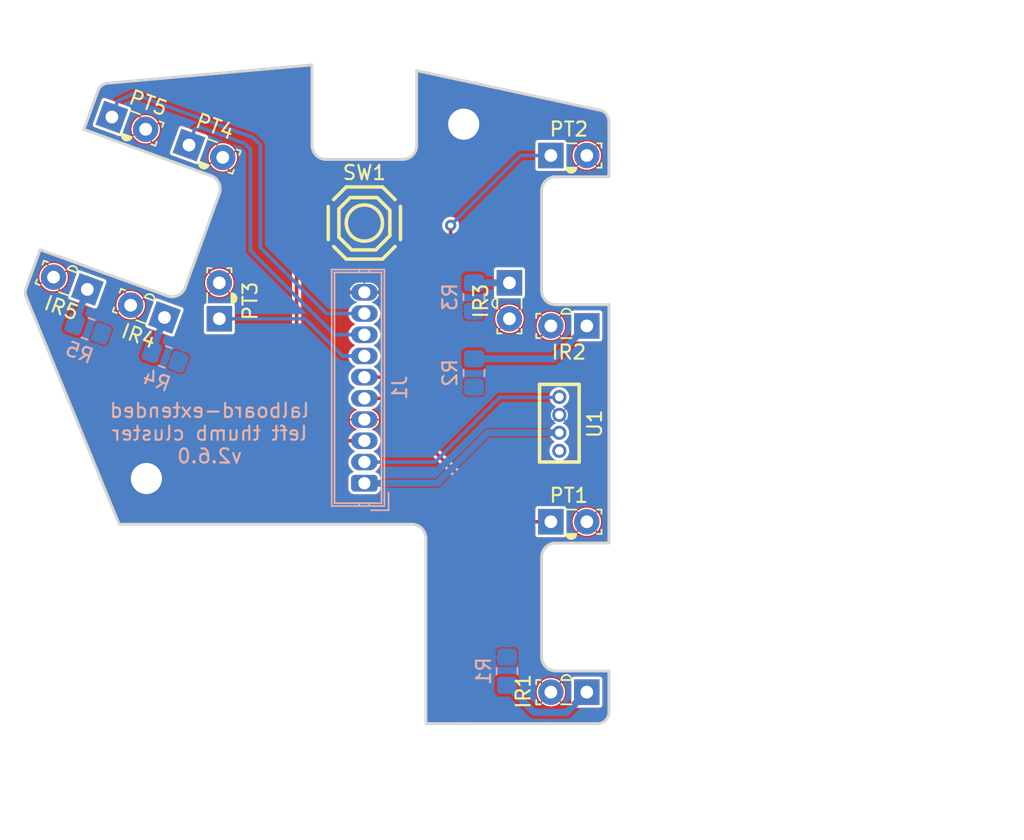
<source format=kicad_pcb>
(kicad_pcb (version 20241229) (generator "pcbnew") (generator_version "9.0")
  (layers (0 "F.Cu" signal) (2 "B.Cu" signal) (13 "F.Paste" user) (15 "B.Paste" user) (5 "F.SilkS" user "F.Silkscreen") (7 "B.SilkS" user "B.Silkscreen") (1 "F.Mask" user) (3 "B.Mask" user) (25 "Edge.Cuts" user))
  (net 0 "")
  (net 1 "Net-(IR1-K)")
  (net 2 "GND")
  (net 3 "C5")
  (net 4 "C3")
  (net 5 "C4")
  (net 6 "C2")
  (net 7 "C1")
  (net 8 "+3.3V")
  (net 9 "Net-(IR2-K)")
  (net 10 "Net-(IR3-K)")
  (net 11 "Net-(IR4-K)")
  (net 12 "Net-(IR5-K)")
  (net 13 "+5V")
  (net 14 "C7")
  (net 15 "C6")
  (footprint "lalboard:PT908-7C-F" (layer "F.Cu") (at 170.429998 68.524999)
    (property "Reference" "PT2" (at 1.27 -1.86 0) (layer "F.SilkS"))
    (property "Value" "PT908-7B-F")
    (fp_line (start 1.08 -0.861) (end 1.811 -0.861) (stroke (width 0.12)) (layer "F.SilkS"))
    (fp_line (start 1.08 0.861) (end 1.8 0.861) (stroke (width 0.12)) (layer "F.SilkS"))
    (fp_line (start 1.08 0.861) (end 1.811 0.861) (stroke (width 0.12)) (layer "F.SilkS"))
    (fp_line (start 3.27 -0.861) (end 3.58 -0.861) (stroke (width 0.12)) (layer "F.SilkS"))
    (fp_line (start 3.27 0.861) (end 3.58 0.861) (stroke (width 0.12)) (layer "F.SilkS"))
    (fp_line (start 3.58 -0.861) (end 3.58 -0.555) (stroke (width 0.12)) (layer "F.SilkS"))
    (fp_line (start 3.58 0.555) (end 3.58 0.861) (stroke (width 0.12)) (layer "F.SilkS"))
    (fp_arc (start 1.8 0.861) (mid 1.44 1.221) (end 1.08 0.861) (stroke (width 0.12)) (layer "F.SilkS"))
    (fp_poly (pts (xy 1.57 1.121) (xy 1.28 1.121) (xy 1.16 0.931) (xy 1.16 0.921) (xy 1.73 0.921)) (stroke (width 0.1)) (fill yes) (layer "F.SilkS"))
    (pad "1" thru_hole rect (at 0 0) (size 1.8 1.8) (drill 0.9) (layers "*.Cu" "*.Mask") (net 6 "C2"))
    (pad "2" thru_hole circle (at 2.54 0) (size 1.8 1.8) (drill 0.9) (layers "*.Cu" "*.Mask") (net 8 "+3.3V"))
  )
  (footprint "lalboard:IR908-7C-F" (layer "F.Cu") (at 172.969999 106.472918 180)
    (property "Reference" "IR1" (at 4.49165 0.058388 90) (layer "F.SilkS"))
    (property "Value" "IR908-7C-F")
    (fp_line (start 3.58 0.555) (end 3.58 0.861) (stroke (width 0.12)) (layer "F.SilkS"))
    (fp_line (start 3.58 -0.861) (end 3.58 -0.555) (stroke (width 0.12)) (layer "F.SilkS"))
    (fp_line (start 3.27 0.861) (end 3.58 0.861) (stroke (width 0.12)) (layer "F.SilkS"))
    (fp_line (start 3.27 -0.861) (end 3.58 -0.861) (stroke (width 0.12)) (layer "F.SilkS"))
    (fp_line (start 1.08 0.861) (end 1.811 0.861) (stroke (width 0.12)) (layer "F.SilkS"))
    (fp_line (start 1.08 0.861) (end 1.8 0.861) (stroke (width 0.12)) (layer "F.SilkS"))
    (fp_line (start 1.08 -0.861) (end 1.811 -0.861) (stroke (width 0.12)) (layer "F.SilkS"))
    (fp_arc (start 1.8 0.861) (mid 1.44 1.221) (end 1.08 0.861) (stroke (width 0.12)) (layer "F.SilkS"))
    (pad "1" thru_hole rect (at 0 0 180) (size 1.8 1.8) (drill 0.9) (layers "*.Cu" "*.Mask") (net 1 "Net-(IR1-K)"))
    (pad "2" thru_hole circle (at 2.54 0 180) (size 1.8 1.8) (drill 0.9) (layers "*.Cu" "*.Mask") (net 8 "+3.3V"))
  )
  (footprint "lalboard:IR908-7C-F" (layer "F.Cu") (at 167.5 77.530001 -90)
    (property "Reference" "IR3" (at 1.28453 2.02165 90) (layer "F.SilkS"))
    (property "Value" "IR908-7C-F")
    (fp_line (start 1.08 0.861) (end 1.8 0.861) (stroke (width 0.12)) (layer "F.SilkS"))
    (fp_line (start 1.08 0.861) (end 1.811 0.861) (stroke (width 0.12)) (layer "F.SilkS"))
    (fp_line (start 3.27 0.861) (end 3.58 0.861) (stroke (width 0.12)) (layer "F.SilkS"))
    (fp_line (start 3.58 0.555) (end 3.58 0.861) (stroke (width 0.12)) (layer "F.SilkS"))
    (fp_line (start 1.08 -0.861) (end 1.811 -0.861) (stroke (width 0.12)) (layer "F.SilkS"))
    (fp_line (start 3.27 -0.861) (end 3.58 -0.861) (stroke (width 0.12)) (layer "F.SilkS"))
    (fp_line (start 3.58 -0.861) (end 3.58 -0.555) (stroke (width 0.12)) (layer "F.SilkS"))
    (fp_arc (start 1.8 0.861) (mid 1.44 1.221) (end 1.08 0.861) (stroke (width 0.12)) (layer "F.SilkS"))
    (pad "1" thru_hole rect (at 0 0 270) (size 1.8 1.8) (drill 0.9) (layers "*.Cu" "*.Mask") (net 10 "Net-(IR3-K)"))
    (pad "2" thru_hole circle (at 2.54 0 270) (size 1.8 1.8) (drill 0.9) (layers "*.Cu" "*.Mask") (net 8 "+3.3V"))
  )
  (footprint "lalboard:IR908-7C-F" (layer "F.Cu") (at 172.969999 80.574999 180)
    (property "Reference" "IR2" (at 1.27 -1.86 0) (layer "F.SilkS"))
    (property "Value" "IR908-7C-F")
    (fp_line (start 3.58 0.555) (end 3.58 0.861) (stroke (width 0.12)) (layer "F.SilkS"))
    (fp_line (start 3.58 -0.861) (end 3.58 -0.555) (stroke (width 0.12)) (layer "F.SilkS"))
    (fp_line (start 3.27 0.861) (end 3.58 0.861) (stroke (width 0.12)) (layer "F.SilkS"))
    (fp_line (start 3.27 -0.861) (end 3.58 -0.861) (stroke (width 0.12)) (layer "F.SilkS"))
    (fp_line (start 1.08 0.861) (end 1.811 0.861) (stroke (width 0.12)) (layer "F.SilkS"))
    (fp_line (start 1.08 0.861) (end 1.8 0.861) (stroke (width 0.12)) (layer "F.SilkS"))
    (fp_line (start 1.08 -0.861) (end 1.811 -0.861) (stroke (width 0.12)) (layer "F.SilkS"))
    (fp_arc (start 1.8 0.861) (mid 1.44 1.221) (end 1.08 0.861) (stroke (width 0.12)) (layer "F.SilkS"))
    (pad "1" thru_hole rect (at 0 0 180) (size 1.8 1.8) (drill 0.9) (layers "*.Cu" "*.Mask") (net 9 "Net-(IR2-K)"))
    (pad "2" thru_hole circle (at 2.54 0 180) (size 1.8 1.8) (drill 0.9) (layers "*.Cu" "*.Mask") (net 8 "+3.3V"))
  )
  (footprint "MountingHole:MountingHole_2.2mm_M2_DIN965_Pad" (layer "F.Cu") (at 164.268873 66.312121 180)
    (property "Reference" "H2" (hide yes))
    (property "Value" "MountingHole_Pad")
    (pad "1" thru_hole circle (at 0 0 180) (size 3.8 3.8) (drill 2.2) (layers "*.Cu" "*.Mask") (net 2 "GND"))
  )
  (footprint "lalboard:PT908-7C-F" (layer "F.Cu") (at 170.429999 94.422918)
    (property "Reference" "PT1" (at 1.27 -1.86 0) (layer "F.SilkS"))
    (property "Value" "PT908-7B-F")
    (fp_line (start 1.08 -0.861) (end 1.811 -0.861) (stroke (width 0.12)) (layer "F.SilkS"))
    (fp_line (start 1.08 0.861) (end 1.8 0.861) (stroke (width 0.12)) (layer "F.SilkS"))
    (fp_line (start 1.08 0.861) (end 1.811 0.861) (stroke (width 0.12)) (layer "F.SilkS"))
    (fp_line (start 3.27 -0.861) (end 3.58 -0.861) (stroke (width 0.12)) (layer "F.SilkS"))
    (fp_line (start 3.27 0.861) (end 3.58 0.861) (stroke (width 0.12)) (layer "F.SilkS"))
    (fp_line (start 3.58 -0.861) (end 3.58 -0.555) (stroke (width 0.12)) (layer "F.SilkS"))
    (fp_line (start 3.58 0.555) (end 3.58 0.861) (stroke (width 0.12)) (layer "F.SilkS"))
    (fp_arc (start 1.8 0.861) (mid 1.44 1.221) (end 1.08 0.861) (stroke (width 0.12)) (layer "F.SilkS"))
    (fp_poly (pts (xy 1.57 1.121) (xy 1.28 1.121) (xy 1.16 0.931) (xy 1.16 0.921) (xy 1.73 0.921)) (stroke (width 0.1)) (fill yes) (layer "F.SilkS"))
    (pad "1" thru_hole rect (at 0 0) (size 1.8 1.8) (drill 0.9) (layers "*.Cu" "*.Mask") (net 7 "C1"))
    (pad "2" thru_hole circle (at 2.54 0) (size 1.8 1.8) (drill 0.9) (layers "*.Cu" "*.Mask") (net 8 "+3.3V"))
  )
  (footprint "lalboard:IR908-7C-F" (layer "F.Cu") (at 137.671304 77.99593 160)
    (property "Reference" "IR5" (at 1.27 -1.86 160) (layer "F.SilkS"))
    (property "Value" "IR908-7C-F")
    (fp_line (start 3.58 -0.861) (end 3.58 -0.555) (stroke (width 0.12)) (layer "F.SilkS"))
    (fp_line (start 3.27 -0.860999) (end 3.58 -0.861) (stroke (width 0.12)) (layer "F.SilkS"))
    (fp_line (start 3.58 0.555001) (end 3.58 0.861) (stroke (width 0.12)) (layer "F.SilkS"))
    (fp_line (start 3.27 0.861) (end 3.58 0.861) (stroke (width 0.12)) (layer "F.SilkS"))
    (fp_line (start 1.08 -0.861) (end 1.811 -0.861) (stroke (width 0.12)) (layer "F.SilkS"))
    (fp_line (start 1.08 0.861) (end 1.811 0.861) (stroke (width 0.12)) (layer "F.SilkS"))
    (fp_line (start 1.08 0.861) (end 1.8 0.861) (stroke (width 0.12)) (layer "F.SilkS"))
    (fp_arc (start 1.8 0.861) (mid 1.44 1.221) (end 1.08 0.861) (stroke (width 0.12)) (layer "F.SilkS"))
    (pad "1" thru_hole rect (at 0 0 160) (size 1.8 1.8) (drill 0.9) (layers "*.Cu" "*.Mask") (net 12 "Net-(IR5-K)"))
    (pad "2" thru_hole circle (at 2.54 0 160) (size 1.8 1.8) (drill 0.9) (layers "*.Cu" "*.Mask") (net 8 "+3.3V"))
  )
  (footprint "lalboard:PT908-7C-F" (layer "F.Cu") (at 139.405827 65.8039 -20)
    (property "Reference" "PT5" (at 2.078995 -1.809558 160) (layer "F.SilkS"))
    (property "Value" "PT908-7B-F")
    (fp_line (start 1.08 0.861) (end 1.8 0.861) (stroke (width 0.12)) (layer "F.SilkS"))
    (fp_line (start 1.08 0.861) (end 1.811 0.861) (stroke (width 0.12)) (layer "F.SilkS"))
    (fp_line (start 1.08 -0.861) (end 1.811 -0.861) (stroke (width 0.12)) (layer "F.SilkS"))
    (fp_line (start 3.27 0.861) (end 3.58 0.861) (stroke (width 0.12)) (layer "F.SilkS"))
    (fp_line (start 3.58 0.555001) (end 3.58 0.861) (stroke (width 0.12)) (layer "F.SilkS"))
    (fp_line (start 3.27 -0.860999) (end 3.58 -0.861) (stroke (width 0.12)) (layer "F.SilkS"))
    (fp_line (start 3.58 -0.861) (end 3.58 -0.555) (stroke (width 0.12)) (layer "F.SilkS"))
    (fp_arc (start 1.8 0.861) (mid 1.44 1.221) (end 1.08 0.861) (stroke (width 0.12)) (layer "F.SilkS"))
    (fp_poly (pts (xy 1.57 1.121) (xy 1.28 1.121) (xy 1.16 0.931) (xy 1.16 0.921) (xy 1.73 0.921)) (stroke (width 0.1)) (fill yes) (layer "F.SilkS"))
    (pad "1" thru_hole rect (at 0 0 340) (size 1.8 1.8) (drill 0.9) (layers "*.Cu" "*.Mask") (net 3 "C5"))
    (pad "2" thru_hole circle (at 2.54 0 340) (size 1.8 1.8) (drill 0.9) (layers "*.Cu" "*.Mask") (net 8 "+3.3V"))
  )
  (footprint "lalboard:PT908-7C-F" (layer "F.Cu") (at 144.856046 67.787619 -20)
    (property "Reference" "PT4" (at 1.27 -1.86 160) (layer "F.SilkS"))
    (property "Value" "PT908-7B-F")
    (fp_line (start 1.08 0.861) (end 1.8 0.861) (stroke (width 0.12)) (layer "F.SilkS"))
    (fp_line (start 1.08 0.861) (end 1.811 0.861) (stroke (width 0.12)) (layer "F.SilkS"))
    (fp_line (start 1.08 -0.861) (end 1.811 -0.861) (stroke (width 0.12)) (layer "F.SilkS"))
    (fp_line (start 3.27 0.861) (end 3.58 0.861) (stroke (width 0.12)) (layer "F.SilkS"))
    (fp_line (start 3.58 0.555001) (end 3.58 0.861) (stroke (width 0.12)) (layer "F.SilkS"))
    (fp_line (start 3.27 -0.860999) (end 3.58 -0.861) (stroke (width 0.12)) (layer "F.SilkS"))
    (fp_line (start 3.58 -0.861) (end 3.58 -0.555) (stroke (width 0.12)) (layer "F.SilkS"))
    (fp_arc (start 1.8 0.861) (mid 1.44 1.221) (end 1.08 0.861) (stroke (width 0.12)) (layer "F.SilkS"))
    (fp_poly (pts (xy 1.57 1.121) (xy 1.28 1.121) (xy 1.16 0.931) (xy 1.16 0.921) (xy 1.73 0.921)) (stroke (width 0.1)) (fill yes) (layer "F.SilkS"))
    (pad "1" thru_hole rect (at 0 0 340) (size 1.8 1.8) (drill 0.9) (layers "*.Cu" "*.Mask") (net 5 "C4"))
    (pad "2" thru_hole circle (at 2.54 0 340) (size 1.8 1.8) (drill 0.9) (layers "*.Cu" "*.Mask") (net 8 "+3.3V"))
  )
  (footprint "MountingHole:MountingHole_2.2mm_M2_DIN965_Pad" (layer "F.Cu") (at 141.845155 91.366079)
    (property "Reference" "H1" (hide yes))
    (property "Value" "MountingHole_Pad")
    (pad "1" thru_hole circle (at 0 0) (size 3.8 3.8) (drill 2.2) (layers "*.Cu" "*.Mask") (net 2 "GND"))
  )
  (footprint "lalboard:IR908-7C-F" (layer "F.Cu") (at 143.121521 79.979644 160)
    (property "Reference" "IR4" (at 1.27 -1.86 160) (layer "F.SilkS"))
    (property "Value" "IR908-7C-F")
    (fp_line (start 3.58 -0.861) (end 3.58 -0.555) (stroke (width 0.12)) (layer "F.SilkS"))
    (fp_line (start 3.27 -0.860999) (end 3.58 -0.861) (stroke (width 0.12)) (layer "F.SilkS"))
    (fp_line (start 3.58 0.555001) (end 3.58 0.861) (stroke (width 0.12)) (layer "F.SilkS"))
    (fp_line (start 3.27 0.861) (end 3.58 0.861) (stroke (width 0.12)) (layer "F.SilkS"))
    (fp_line (start 1.08 -0.861) (end 1.811 -0.861) (stroke (width 0.12)) (layer "F.SilkS"))
    (fp_line (start 1.08 0.861) (end 1.811 0.861) (stroke (width 0.12)) (layer "F.SilkS"))
    (fp_line (start 1.08 0.861) (end 1.8 0.861) (stroke (width 0.12)) (layer "F.SilkS"))
    (fp_arc (start 1.8 0.861) (mid 1.44 1.221) (end 1.08 0.861) (stroke (width 0.12)) (layer "F.SilkS"))
    (pad "1" thru_hole rect (at 0 0 160) (size 1.8 1.8) (drill 0.9) (layers "*.Cu" "*.Mask") (net 11 "Net-(IR4-K)"))
    (pad "2" thru_hole circle (at 2.54 0 160) (size 1.8 1.8) (drill 0.9) (layers "*.Cu" "*.Mask") (net 8 "+3.3V"))
  )
  (footprint "lalboard:PT908-7C-F" (layer "F.Cu") (at 147 80.070001 90)
    (property "Reference" "PT3" (at 1.25547 2.178349 90) (layer "F.SilkS"))
    (property "Value" "PT908-7B-F")
    (fp_line (start 3.58 -0.861) (end 3.58 -0.555) (stroke (width 0.12)) (layer "F.SilkS"))
    (fp_line (start 3.27 -0.861) (end 3.58 -0.861) (stroke (width 0.12)) (layer "F.SilkS"))
    (fp_line (start 1.08 -0.861) (end 1.811 -0.861) (stroke (width 0.12)) (layer "F.SilkS"))
    (fp_line (start 3.58 0.555) (end 3.58 0.861) (stroke (width 0.12)) (layer "F.SilkS"))
    (fp_line (start 3.27 0.861) (end 3.58 0.861) (stroke (width 0.12)) (layer "F.SilkS"))
    (fp_line (start 1.08 0.861) (end 1.811 0.861) (stroke (width 0.12)) (layer "F.SilkS"))
    (fp_line (start 1.08 0.861) (end 1.8 0.861) (stroke (width 0.12)) (layer "F.SilkS"))
    (fp_arc (start 1.8 0.861) (mid 1.44 1.221) (end 1.08 0.861) (stroke (width 0.12)) (layer "F.SilkS"))
    (fp_poly (pts (xy 1.57 1.121) (xy 1.28 1.121) (xy 1.16 0.931) (xy 1.16 0.921) (xy 1.73 0.921)) (stroke (width 0.1)) (fill yes) (layer "F.SilkS"))
    (pad "1" thru_hole rect (at 0 0 90) (size 1.8 1.8) (drill 0.9) (layers "*.Cu" "*.Mask") (net 4 "C3"))
    (pad "2" thru_hole circle (at 2.54 0 90) (size 1.8 1.8) (drill 0.9) (layers "*.Cu" "*.Mask") (net 8 "+3.3V"))
  )
  (footprint "easyeda2kicad:LED-TH_4P-L5.0-W2.5-P1.27_WS2812D-255" (layer "F.Cu") (at 171.0275 87.498959 -90)
    (property "Reference" "U1" (at 0 -2.4925 90) (layer "F.SilkS"))
    (property "Value" "WS2812D-255")
    (fp_line (start -2.789999 1.4) (end -2.789999 -1.4) (stroke (width 0.25)) (layer "F.SilkS"))
    (fp_line (start 2.7 1.4) (end -2.789999 1.4) (stroke (width 0.25)) (layer "F.SilkS"))
    (fp_line (start -2.789999 -1.4) (end -2.59 -1.4) (stroke (width 0.25)) (layer "F.SilkS"))
    (fp_line (start -2.59 -1.4) (end 2.7 -1.4) (stroke (width 0.25)) (layer "F.SilkS"))
    (fp_line (start 2.7 -1.4) (end 2.7 1.4) (stroke (width 0.25)) (layer "F.SilkS"))
    (pad "1" thru_hole circle (at 1.91 0 270) (size 1 1) (drill 0.599999) (layers "*.Cu" "*.Mask"))
    (pad "2" thru_hole circle (at 0.63 0 270) (size 1 1) (drill 0.599999) (layers "*.Cu" "*.Mask") (net 13 "+5V"))
    (pad "3" thru_hole circle (at -0.63 0 270) (size 1 1) (drill 0.599999) (layers "*.Cu" "*.Mask") (net 2 "GND"))
    (pad "4" thru_hole circle (at -1.9 0 270) (size 1 1) (drill 0.599999) (layers "*.Cu" "*.Mask") (net 14 "C7"))
  )
  (footprint "easyeda2kicad:SW-SMD_4P-L5.1-W5.1-P3.70-LS6.5-TL_H1.5" (layer "F.Cu") (at 157.25 73.3)
    (property "Reference" "SW1" (at 0 -3.56 0) (layer "F.SilkS"))
    (property "Value" "TS-1187A-B-A-B")
    (fp_line (start -2.55 -1.17) (end -2.55 1.17) (stroke (width 0.25)) (layer "F.SilkS"))
    (fp_line (start -2.17 1.66) (end -1.28 2.55) (stroke (width 0.25)) (layer "F.SilkS"))
    (fp_line (start -1.8 -1) (end -1 -1.8) (stroke (width 0.25)) (layer "F.SilkS"))
    (fp_line (start -1.8 1) (end -1.8 -1) (stroke (width 0.25)) (layer "F.SilkS"))
    (fp_line (start -1.28 -2.55) (end -2.17 -1.66) (stroke (width 0.25)) (layer "F.SilkS"))
    (fp_line (start -1.28 -2.55) (end 1.28 -2.55) (stroke (width 0.25)) (layer "F.SilkS"))
    (fp_line (start -1.28 2.55) (end 1.28 2.55) (stroke (width 0.25)) (layer "F.SilkS"))
    (fp_line (start -1 -1.8) (end 0.9 -1.8) (stroke (width 0.25)) (layer "F.SilkS"))
    (fp_line (start -0.9 1.9) (end -1.8 1) (stroke (width 0.25)) (layer "F.SilkS"))
    (fp_line (start 0.8 1.9) (end -0.9 1.9) (stroke (width 0.25)) (layer "F.SilkS"))
    (fp_line (start 0.9 -1.8) (end 1.8 -0.9) (stroke (width 0.25)) (layer "F.SilkS"))
    (fp_line (start 1.28 -2.55) (end 2.17 -1.66) (stroke (width 0.25)) (layer "F.SilkS"))
    (fp_line (start 1.8 -0.9) (end 1.8 0.9) (stroke (width 0.25)) (layer "F.SilkS"))
    (fp_line (start 1.8 0.9) (end 0.8 1.9) (stroke (width 0.25)) (layer "F.SilkS"))
    (fp_line (start 2.17 1.66) (end 1.28 2.55) (stroke (width 0.25)) (layer "F.SilkS"))
    (fp_line (start 2.55 -1.17) (end 2.55 1.17) (stroke (width 0.25)) (layer "F.SilkS"))
    (fp_circle (center 0 0) (end 1.28 0) (stroke (width 0.25)) (fill no) (layer "F.SilkS"))
    (pad "1" smd rect (at -3 -1.85) (size 1 0.75) (layers "F.Cu" "F.Mask" "F.Paste") (net 15 "C6"))
    (pad "2" smd rect (at 3 -1.85) (size 1 0.75) (layers "F.Cu" "F.Mask" "F.Paste") (net 15 "C6"))
    (pad "3" smd rect (at -3 1.85) (size 1 0.75) (layers "F.Cu" "F.Mask" "F.Paste") (net 2 "GND"))
    (pad "4" smd rect (at 3 1.85) (size 1 0.75) (layers "F.Cu" "F.Mask" "F.Paste") (net 2 "GND"))
  )
  (footprint "Connector_Wuerth:Wuerth_WR-WTB_64801011622_1x10_P1.50mm_Vertical" (layer "B.Cu") (at 157.250001 91.700001 90)
    (property "Reference" "J1" (at 6.75 2.5 270) (layer "B.SilkS") (effects (justify mirror)))
    (property "Value" "Conn_01x07")
    (fp_line (start 15.11 -2.31) (end 15.11 1.41) (stroke (width 0.12)) (layer "B.SilkS"))
    (fp_line (start -1.61 -2.31) (end 15.11 -2.31) (stroke (width 0.12)) (layer "B.SilkS"))
    (fp_line (start 14.91 -2.11) (end 14.91 -0.35) (stroke (width 0.12)) (layer "B.SilkS"))
    (fp_line (start -1.41 -2.11) (end 14.91 -2.11) (stroke (width 0.12)) (layer "B.SilkS"))
    (fp_line (start 14.91 -0.35) (end 15.11 -0.35) (stroke (width 0.12)) (layer "B.SilkS"))
    (fp_line (start -1.41 -0.35) (end -1.41 -2.11) (stroke (width 0.12)) (layer "B.SilkS"))
    (fp_line (start -1.41 -0.35) (end -1.61 -0.35) (stroke (width 0.12)) (layer "B.SilkS"))
    (fp_line (start 14.91 0.35) (end 14.91 -0.35) (stroke (width 0.12)) (layer "B.SilkS"))
    (fp_line (start 14.91 0.35) (end 15.11 0.35) (stroke (width 0.12)) (layer "B.SilkS"))
    (fp_line (start -1.41 0.35) (end -1.41 -0.35) (stroke (width 0.12)) (layer "B.SilkS"))
    (fp_line (start -1.41 0.35) (end -1.41 1.21) (stroke (width 0.12)) (layer "B.SilkS"))
    (fp_line (start -1.61 0.35) (end -1.41 0.35) (stroke (width 0.12)) (layer "B.SilkS"))
    (fp_line (start 14.91 1.21) (end 14.91 0.35) (stroke (width 0.12)) (layer "B.SilkS"))
    (fp_line (start -1.41 1.21) (end 14.91 1.21) (stroke (width 0.12)) (layer "B.SilkS"))
    (fp_line (start 15.11 1.41) (end -1.61 1.41) (stroke (width 0.12)) (layer "B.SilkS"))
    (fp_line (start -1.61 1.41) (end -1.61 -2.31) (stroke (width 0.12)) (layer "B.SilkS"))
    (fp_line (start -0.66 1.71) (end -1.91 1.71) (stroke (width 0.12)) (layer "B.SilkS"))
    (fp_line (start -1.91 1.71) (end -1.91 0.46) (stroke (width 0.12)) (layer "B.SilkS"))
    (pad "1" thru_hole roundrect (at 0 0 90) (size 1.17 1.87) (drill 0.87) (layers "*.Cu" "*.Mask") (roundrect_rratio 0.213675) (net 13 "+5V"))
    (pad "2" thru_hole oval (at 1.5 0 90) (size 1.17 1.87) (drill 0.87) (layers "*.Cu" "*.Mask") (net 14 "C7"))
    (pad "3" thru_hole oval (at 3 0 90) (size 1.17 1.87) (drill 0.87) (layers "*.Cu" "*.Mask") (net 15 "C6"))
    (pad "4" thru_hole oval (at 4.5 0 90) (size 1.17 1.87) (drill 0.87) (layers "*.Cu" "*.Mask") (net 8 "+3.3V"))
    (pad "5" thru_hole oval (at 6 0 90) (size 1.17 1.87) (drill 0.87) (layers "*.Cu" "*.Mask") (net 7 "C1"))
    (pad "6" thru_hole oval (at 7.5 0 90) (size 1.17 1.87) (drill 0.87) (layers "*.Cu" "*.Mask") (net 6 "C2"))
    (pad "7" thru_hole oval (at 9 0 90) (size 1.17 1.87) (drill 0.87) (layers "*.Cu" "*.Mask") (net 4 "C3"))
    (pad "8" thru_hole oval (at 10.5 0 90) (size 1.17 1.87) (drill 0.87) (layers "*.Cu" "*.Mask") (net 5 "C4"))
    (pad "9" thru_hole oval (at 12 0 90) (size 1.17 1.87) (drill 0.87) (layers "*.Cu" "*.Mask") (net 3 "C5"))
    (pad "10" thru_hole oval (at 13.5 0 90) (size 1.17 1.87) (drill 0.87) (layers "*.Cu" "*.Mask") (net 2 "GND"))
  )
  (footprint "Resistor_SMD:R_0805_2012Metric_Pad1.20x1.40mm_HandSolder" (layer "B.Cu") (at 164.98898 78.530001 90)
    (property "Reference" "R3" (at 0 -1.688979 90) (layer "B.SilkS") (effects (justify mirror)))
    (property "Value" "120")
    (fp_line (start -0.227064 -0.735) (end 0.227064 -0.735) (stroke (width 0.12)) (layer "B.SilkS"))
    (fp_line (start -0.227064 0.735) (end 0.227064 0.735) (stroke (width 0.12)) (layer "B.SilkS"))
    (pad "1" smd roundrect (at -1 0 90) (size 1.2 1.4) (layers "B.Cu" "B.Mask" "B.Paste") (roundrect_rratio 0.2083333333) (net 2 "GND"))
    (pad "2" smd roundrect (at 1 0 90) (size 1.2 1.4) (layers "B.Cu" "B.Mask" "B.Paste") (roundrect_rratio 0.2083333333) (net 10 "Net-(IR3-K)"))
  )
  (footprint "Resistor_SMD:R_0805_2012Metric_Pad1.20x1.40mm_HandSolder" (layer "B.Cu") (at 165 83.9 90)
    (property "Reference" "R2" (at 0 -1.7 90) (layer "B.SilkS") (effects (justify mirror)))
    (property "Value" "100")
    (fp_line (start -0.227064 -0.735) (end 0.227064 -0.735) (stroke (width 0.12)) (layer "B.SilkS"))
    (fp_line (start -0.227064 0.735) (end 0.227064 0.735) (stroke (width 0.12)) (layer "B.SilkS"))
    (pad "1" smd roundrect (at -1 0 90) (size 1.2 1.4) (layers "B.Cu" "B.Mask" "B.Paste") (roundrect_rratio 0.2083333333) (net 2 "GND"))
    (pad "2" smd roundrect (at 1 0 90) (size 1.2 1.4) (layers "B.Cu" "B.Mask" "B.Paste") (roundrect_rratio 0.2083333333) (net 9 "Net-(IR2-K)"))
  )
  (footprint "Resistor_SMD:R_0805_2012Metric_Pad1.20x1.40mm_HandSolder" (layer "B.Cu") (at 137.721745 80.78115 160)
    (property "Reference" "R5" (at -0.00258 -1.782459 160) (layer "B.SilkS") (effects (justify mirror)))
    (property "Value" "150")
    (fp_line (start -0.227065 -0.735) (end 0.227064 -0.735) (stroke (width 0.12)) (layer "B.SilkS"))
    (fp_line (start -0.227064 0.735) (end 0.227065 0.735) (stroke (width 0.12)) (layer "B.SilkS"))
    (pad "1" smd roundrect (at -1 0 160) (size 1.2 1.4) (layers "B.Cu" "B.Mask" "B.Paste") (roundrect_rratio 0.2083333333) (net 2 "GND"))
    (pad "2" smd roundrect (at 1 0 160) (size 1.2 1.4) (layers "B.Cu" "B.Mask" "B.Paste") (roundrect_rratio 0.2083333333) (net 12 "Net-(IR5-K)"))
  )
  (footprint "Resistor_SMD:R_0805_2012Metric_Pad1.20x1.40mm_HandSolder" (layer "B.Cu") (at 167.33 104.985417 -90)
    (property "Reference" "R1" (at 0 1.65 90) (layer "B.SilkS") (effects (justify mirror)))
    (property "Value" "56")
    (fp_line (start -0.227064 0.735) (end 0.227064 0.735) (stroke (width 0.12)) (layer "B.SilkS"))
    (fp_line (start -0.227064 -0.735) (end 0.227064 -0.735) (stroke (width 0.12)) (layer "B.SilkS"))
    (pad "1" smd roundrect (at -1 0 270) (size 1.2 1.4) (layers "B.Cu" "B.Mask" "B.Paste") (roundrect_rratio 0.2083333333) (net 2 "GND"))
    (pad "2" smd roundrect (at 1 0 270) (size 1.2 1.4) (layers "B.Cu" "B.Mask" "B.Paste") (roundrect_rratio 0.2083333333) (net 1 "Net-(IR1-K)"))
  )
  (footprint "Resistor_SMD:R_0805_2012Metric_Pad1.20x1.40mm_HandSolder" (layer "B.Cu") (at 143.171961 82.764865 160)
    (property "Reference" "R4" (at -0.002578 -1.78246 160) (layer "B.SilkS") (effects (justify mirror)))
    (property "Value" "180")
    (fp_line (start -0.227065 -0.735) (end 0.227064 -0.735) (stroke (width 0.12)) (layer "B.SilkS"))
    (fp_line (start -0.227064 0.735) (end 0.227065 0.735) (stroke (width 0.12)) (layer "B.SilkS"))
    (pad "1" smd roundrect (at -1 0 160) (size 1.2 1.4) (layers "B.Cu" "B.Mask" "B.Paste") (roundrect_rratio 0.2083333333) (net 2 "GND"))
    (pad "2" smd roundrect (at 1 0 160) (size 1.2 1.4) (layers "B.Cu" "B.Mask" "B.Paste") (roundrect_rratio 0.2083333333) (net 11 "Net-(IR4-K)"))
  )
  (gr_arc (start 170.774999 104.972917) (mid 170.067894 104.680024) (end 169.775002 103.972918) (stroke (width 0.2)) (layer "Edge.Cuts"))
  (gr_line (start 174.524999 104.972918) (end 170.775001 104.972919) (stroke (width 0.2)) (layer "Edge.Cuts"))
  (gr_line (start 174.525 107.897919) (end 174.524999 104.972918) (stroke (width 0.2)) (layer "Edge.Cuts"))
  (gr_arc (start 174.525001 107.897919) (mid 174.290648 108.463643) (end 173.724892 108.697919) (stroke (width 0.2)) (layer "Edge.Cuts"))
  (gr_arc (start 133.36453 78.550252) (mid 133.288503 78.245205) (end 133.335885 77.934417) (stroke (width 0.2)) (layer "Edge.Cuts"))
  (gr_line (start 134.336294 75.185817) (end 133.335885 77.934417) (stroke (width 0.2)) (layer "Edge.Cuts"))
  (gr_line (start 143.310357 78.45211) (end 134.336294 75.185817) (stroke (width 0.2)) (layer "Edge.Cuts"))
  (gr_arc (start 144.592072 77.854437) (mid 144.074997 78.418724) (end 143.310357 78.45211) (stroke (width 0.2)) (layer "Edge.Cuts"))
  (gr_line (start 174.524999 79.075) (end 170.775 79.074998) (stroke (width 0.2)) (layer "Edge.Cuts"))
  (gr_arc (start 173.787441 65.302441) (mid 174.337485 65.585353) (end 174.521388 66.175918) (stroke (width 0.2)) (layer "Edge.Cuts"))
  (gr_line (start 174.525 67.100391) (end 174.521388 66.175918) (stroke (width 0.2)) (layer "Edge.Cuts"))
  (gr_line (start 174.525002 70.025) (end 174.525 67.100391) (stroke (width 0.2)) (layer "Edge.Cuts"))
  (gr_line (start 170.774999 70.024999) (end 174.525002 70.025) (stroke (width 0.2)) (layer "Edge.Cuts"))
  (gr_arc (start 170.774998 79.074999) (mid 170.067893 78.782106) (end 169.774999 78.075) (stroke (width 0.2)) (layer "Edge.Cuts"))
  (gr_arc (start 138.431984 63.932996) (mid 138.726759 63.549978) (end 139.188327 63.406627) (stroke (width 0.2)) (layer "Edge.Cuts"))
  (gr_line (start 153.549999 62.118895) (end 139.188327 63.406627) (stroke (width 0.2)) (layer "Edge.Cuts"))
  (gr_line (start 153.549999 67.8) (end 153.549999 62.118895) (stroke (width 0.2)) (layer "Edge.Cuts"))
  (gr_arc (start 154.55 68.8) (mid 153.842894 68.507106) (end 153.549999 67.8) (stroke (width 0.2)) (layer "Edge.Cuts"))
  (gr_line (start 161.599999 108.69337) (end 173.724892 108.697919) (stroke (width 0.2)) (layer "Edge.Cuts"))
  (gr_line (start 161.6 95.6) (end 161.599999 108.69337) (stroke (width 0.2)) (layer "Edge.Cuts"))
  (gr_arc (start 160.599999 94.599999) (mid 161.307107 94.892892) (end 161.6 95.6) (stroke (width 0.2)) (layer "Edge.Cuts"))
  (gr_line (start 139.926263 94.6) (end 160.599999 94.6) (stroke (width 0.2)) (layer "Edge.Cuts"))
  (gr_line (start 133.364529 78.550253) (end 139.926263 94.6) (stroke (width 0.2)) (layer "Edge.Cuts"))
  (gr_arc (start 169.775 71.025002) (mid 170.067892 70.317894) (end 170.774999 70.024999) (stroke (width 0.2)) (layer "Edge.Cuts"))
  (gr_line (start 169.774999 78.075) (end 169.774999 71.025) (stroke (width 0.2)) (layer "Edge.Cuts"))
  (gr_line (start 174.525 83.79896) (end 174.524999 79.075) (stroke (width 0.2)) (layer "Edge.Cuts"))
  (gr_line (start 174.525001 95.922918) (end 174.525 83.79896) (stroke (width 0.2)) (layer "Edge.Cuts"))
  (gr_line (start 170.774999 95.922918) (end 174.525001 95.922918) (stroke (width 0.2)) (layer "Edge.Cuts"))
  (gr_arc (start 169.775 96.922918) (mid 170.067893 96.215812) (end 170.774999 95.922918) (stroke (width 0.2)) (layer "Edge.Cuts"))
  (gr_line (start 169.775002 103.972918) (end 169.775002 96.922918) (stroke (width 0.2)) (layer "Edge.Cuts"))
  (gr_line (start 159.950001 68.799998) (end 154.549999 68.8) (stroke (width 0.2)) (layer "Edge.Cuts"))
  (gr_arc (start 160.949998 67.8) (mid 160.657106 68.507105) (end 159.950001 68.799998) (stroke (width 0.2)) (layer "Edge.Cuts"))
  (gr_line (start 160.949999 62.524504) (end 160.949999 67.800001) (stroke (width 0.2)) (layer "Edge.Cuts"))
  (gr_line (start 173.78744 65.302442) (end 160.949999 62.524504) (stroke (width 0.2)) (layer "Edge.Cuts"))
  (gr_line (start 147.003312 71.229603) (end 144.59207 77.854436) (stroke (width 0.2)) (layer "Edge.Cuts"))
  (gr_arc (start 146.405641 69.947892) (mid 146.969928 70.464966) (end 147.003312 71.229603) (stroke (width 0.2)) (layer "Edge.Cuts"))
  (gr_line (start 137.431575 66.681598) (end 146.405642 69.947891) (stroke (width 0.2)) (layer "Edge.Cuts"))
  (gr_line (start 138.431985 63.932997) (end 137.431575 66.681598) (stroke (width 0.2)) (layer "Edge.Cuts"))
  (gr_text "lalboard-extended\nleft thumb cluster\nv2.6.0" (at 146.31 88.17 0) (layer "B.SilkS") (effects (font (size 1 1)) (justify mirror)))
  (segment (start 169.244585 107.900001) (end 167.330001 105.985417) (width 0.5) (layer "B.Cu") (net 1))
  (segment (start 172.969999 106.472918) (end 171.542916 107.900001) (width 0.5) (layer "B.Cu") (net 1))
  (segment (start 171.542916 107.900001) (end 169.244585 107.900001) (width 0.5) (layer "B.Cu") (net 1))
  (segment (start 159.169999 78.200001) (end 160.25 77.12) (width 0.25) (layer "F.Cu") (net 2))
  (segment (start 157.250001 78.200001) (end 159.169999 78.200001) (width 0.25) (layer "F.Cu") (net 2))
  (segment (start 154.25 77.26) (end 155.190001 78.200001) (width 0.25) (layer "F.Cu") (net 2))
  (segment (start 154.25 75.15) (end 154.25 77.26) (width 0.25) (layer "F.Cu") (net 2))
  (segment (start 160.25 77.12) (end 160.25 75.15) (width 0.25) (layer "F.Cu") (net 2))
  (segment (start 155.190001 78.200001) (end 157.250001 78.200001) (width 0.25) (layer "F.Cu") (net 2))
  (segment (start 158.011236 79.7) (end 157.250001 79.7) (width 0.25) (layer "F.Cu") (net 3))
  (segment (start 154.564999 79.700001) (end 149.900001 75.035002) (width 0.25) (layer "B.Cu") (net 3))
  (segment (start 149.900001 67.78288) (end 149.363898 67.246778) (width 0.25) (layer "B.Cu") (net 3))
  (segment (start 149.900001 75.035002) (end 149.900001 67.78288) (width 0.25) (layer "B.Cu") (net 3))
  (segment (start 140.89631 64.164828) (end 149.363898 67.246778) (width 0.25) (layer "B.Cu") (net 3))
  (segment (start 157.250001 79.7) (end 154.564999 79.700001) (width 0.25) (layer "B.Cu") (net 3))
  (segment (start 139.405827 65.8039) (end 139.819671 64.666874) (width 0.25) (layer "B.Cu") (net 3))
  (segment (start 139.819671 64.666874) (end 140.89631 64.164828) (width 0.25) (layer "B.Cu") (net 3))
  (segment (start 155.700001 82.7) (end 157.25 82.7) (width 0.25) (layer "B.Cu") (net 4))
  (segment (start 153.07 80.070001) (end 155.700001 82.7) (width 0.25) (layer "B.Cu") (net 4))
  (segment (start 147 80.070001) (end 153.07 80.070001) (width 0.25) (layer "B.Cu") (net 4))
  (segment (start 149.200001 68.090975) (end 148.782811 67.673787) (width 0.25) (layer "B.Cu") (net 5))
  (segment (start 149.200001 75.260001) (end 149.200001 68.090975) (width 0.25) (layer "B.Cu") (net 5))
  (segment (start 148.782811 67.673787) (end 145.577501 66.507149) (width 0.25) (layer "B.Cu") (net 5))
  (segment (start 145.577501 66.507149) (end 145.26989 66.650589) (width 0.25) (layer "B.Cu") (net 5))
  (segment (start 157.25 81.2) (end 155.140001 81.200001) (width 0.25) (layer "B.Cu") (net 5))
  (segment (start 145.26989 66.650589) (end 144.856048 67.787617) (width 0.25) (layer "B.Cu") (net 5))
  (segment (start 155.140001 81.200001) (end 149.200001 75.260001) (width 0.25) (layer "B.Cu") (net 5))
  (segment (start 163.345156 79.289846) (end 158.435 84.2) (width 0.25) (layer "F.Cu") (net 6))
  (segment (start 163.345155 73.46608) (end 163.345156 74.031766) (width 0.25) (layer "F.Cu") (net 6))
  (segment (start 158.435 84.2) (end 157.250001 84.200001) (width 0.25) (layer "F.Cu") (net 6))
  (segment (start 163.345156 74.031766) (end 163.345156 79.289846) (width 0.25) (layer "F.Cu") (net 6))
  (via (at 163.345155 73.46608) (size 0.8) (drill 0.4) (layers "F.Cu" "B.Cu") (net 6))
  (segment (start 168.286234 68.525) (end 163.345155 73.46608) (width 0.25) (layer "B.Cu") (net 6))
  (segment (start 163.345155 73.46608) (end 163.345155 73.46608) (width 0.25) (layer "B.Cu") (net 6))
  (segment (start 170.429998 68.524999) (end 168.286234 68.525) (width 0.25) (layer "B.Cu") (net 6))
  (segment (start 158.45 85.700001) (end 167.172917 94.422918) (width 0.25) (layer "F.Cu") (net 7))
  (segment (start 167.172917 94.422918) (end 170.429999 94.422918) (width 0.25) (layer "F.Cu") (net 7))
  (segment (start 157.25 85.699999) (end 158.45 85.700001) (width 0.25) (layer "F.Cu") (net 7))
  (segment (start 157.670001 85.7) (end 157.25 85.699999) (width 0.25) (layer "B.Cu") (net 7))
  (segment (start 170.644998 82.9) (end 165 82.9) (width 0.5) (layer "B.Cu") (net 9))
  (segment (start 172.969999 80.574999) (end 170.644998 82.9) (width 0.5) (layer "B.Cu") (net 9))
  (segment (start 167.5 77.530001) (end 164.98898 77.53) (width 0.5) (layer "B.Cu") (net 10))
  (segment (start 143.121521 79.979644) (end 142.232269 82.422845) (width 0.5) (layer "B.Cu") (net 11))
  (segment (start 137.671304 77.99593) (end 136.782052 80.43913) (width 0.5) (layer "B.Cu") (net 12))
  (segment (start 157.250001 91.700001) (end 162.389999 91.700001) (width 0.5) (layer "B.Cu") (net 13))
  (segment (start 165.961041 88.128959) (end 171.0275 88.128959) (width 0.5) (layer "B.Cu") (net 13))
  (segment (start 162.389999 91.700001) (end 165.961041 88.128959) (width 0.5) (layer "B.Cu") (net 13))
  (segment (start 162.239999 90.200001) (end 157.250001 90.200001) (width 0.25) (layer "B.Cu") (net 14))
  (segment (start 170.95 85.63) (end 166.81 85.63) (width 0.25) (layer "B.Cu") (net 14))
  (segment (start 171.23 85.35) (end 170.95 85.63) (width 0.25) (layer "B.Cu") (net 14))
  (segment (start 166.81 85.63) (end 162.239999 90.200001) (width 0.25) (layer "B.Cu") (net 14))
  (segment (start 157.250001 88.700001) (end 154.820001 88.700001) (width 0.25) (layer "F.Cu") (net 15))
  (segment (start 152.46 86.34) (end 152.46 73.24) (width 0.25) (layer "F.Cu") (net 15))
  (segment (start 154.820001 88.700001) (end 152.46 86.34) (width 0.25) (layer "F.Cu") (net 15))
  (segment (start 154.25 71.45) (end 160.25 71.45) (width 0.25) (layer "F.Cu") (net 15))
  (segment (start 152.46 73.24) (end 154.25 71.45) (width 0.25) (layer "F.Cu") (net 15))
  (zone (net 8) (net_name "+3.3V") (layer "F.Cu") (connect_pads (clearance 0.1)) (min_thickness 0.1) (fill yes (thermal_gap 0.1) (thermal_bridge_width 0.1))
    (polygon (pts (xy 177.500001 111.53) (xy 131.499999 111.53) (xy 131.499999 57.530001) (xy 177.500002 57.53)))
  )
  (zone (net 2) (net_name "GND") (layer "B.Cu") (connect_pads (clearance 0.1)) (min_thickness 0.1) (fill yes (thermal_gap 0.1) (thermal_bridge_width 0.1))
    (polygon (pts (xy 177.500001 111.53) (xy 131.499999 111.53) (xy 131.499999 57.530001) (xy 177.500002 57.53)))
  )
)
</source>
